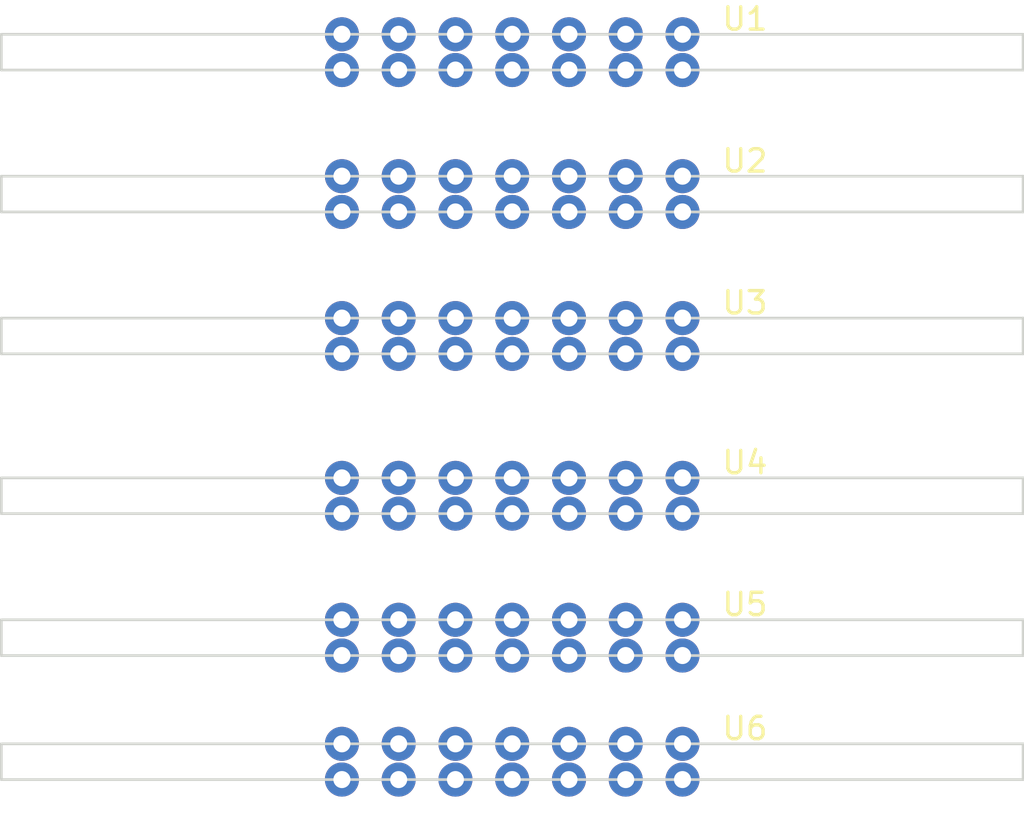
<source format=kicad_pcb>
(kicad_pcb (version 20211014) (generator pcbnew)
  (layers (0 "F.Cu" signal) (31 "B.Cu" signal) (34 "B.Paste" user) (35 "F.Paste" user) (36 "B.SilkS" user "B.Silkscreen") (37 "F.SilkS" user "F.Silkscreen") (38 "B.Mask" user) (39 "F.Mask" user) (44 "Edge.Cuts" user))
  (net 0 "")
  (net 1 "A1")
  (net 2 "B1")
  (net 3 "Carry In")
  (net 4 "VDD")
  (net 5 "VSS")
  (net 6 "O1")
  (net 7 "Net-(U1-Pad7)")
  (net 8 "A2")
  (net 9 "B2")
  (net 10 "O2")
  (net 11 "Net-(U2-Pad7)")
  (net 12 "A3")
  (net 13 "B3")
  (net 14 "O3")
  (net 15 "Net-(U3-Pad7)")
  (net 16 "A4")
  (net 17 "B4")
  (net 18 "O4")
  (net 19 "Net-(U4-Pad7)")
  (net 20 "A5")
  (net 21 "B5")
  (net 22 "O5")
  (net 23 "Net-(U5-Pad7)")
  (net 24 "A6")
  (net 25 "B6")
  (net 26 "O6")
  (net 27 "Carry Out")
  (footprint "FullAdder:FullAdder" (layer "F.Cu") (at 148.59 111.2899)
    (fp_text reference "U5" (at 10.414 -1.4859 unlocked) (layer "F.SilkS"))
    (fp_text value "FullAdder")
    (fp_line (start -22.86 -0.7999) (end 22.86 -0.7999) (layer "Edge.Cuts") (width 0.12))
    (fp_line (start 22.86 -0.7999) (end 22.86 0.8001) (layer "Edge.Cuts") (width 0.12))
    (fp_line (start -22.86 -0.7999) (end -22.86 0.8001) (layer "Edge.Cuts") (width 0.12))
    (fp_line (start -22.86 0.8001) (end 22.86 0.8001) (layer "Edge.Cuts") (width 0.12))
    (pad "1" thru_hole circle (at -7.62 0.8001) (size 1.524 1.524) (drill 0.762) (layers *.Cu *.Mask) (net 19 "Net-(U4-Pad7)"))
    (pad "1" thru_hole circle (at -7.62 -0.7999) (size 1.524 1.524) (drill 0.762) (layers *.Cu *.Mask) (net 19 "Net-(U4-Pad7)"))
    (pad "2" thru_hole circle (at -5.08 0.8001) (size 1.524 1.524) (drill 0.762) (layers *.Cu *.Mask) (net 20 "A5"))
    (pad "2" thru_hole circle (at -5.08 -0.7999) (size 1.524 1.524) (drill 0.762) (layers *.Cu *.Mask) (net 20 "A5"))
    (pad "3" thru_hole circle (at -2.54 -0.7999) (size 1.524 1.524) (drill 0.762) (layers *.Cu *.Mask) (net 21 "B5"))
    (pad "3" thru_hole circle (at -2.54 0.8001) (size 1.524 1.524) (drill 0.762) (layers *.Cu *.Mask) (net 21 "B5"))
    (pad "4" thru_hole circle (at 0 0.8001) (size 1.524 1.524) (drill 0.762) (layers *.Cu *.Mask) (net 4 "VDD"))
    (pad "4" thru_hole circle (at 0 -0.7999) (size 1.524 1.524) (drill 0.762) (layers *.Cu *.Mask) (net 4 "VDD"))
    (pad "5" thru_hole circle (at 2.54 0.8001) (size 1.524 1.524) (drill 0.762) (layers *.Cu *.Mask) (net 5 "VSS"))
    (pad "5" thru_hole circle (at 2.54 -0.7999) (size 1.524 1.524) (drill 0.762) (layers *.Cu *.Mask) (net 5 "VSS"))
    (pad "6" thru_hole circle (at 5.08 0.8001) (size 1.524 1.524) (drill 0.762) (layers *.Cu *.Mask) (net 22 "O5"))
    (pad "6" thru_hole circle (at 5.08 -0.7999) (size 1.524 1.524) (drill 0.762) (layers *.Cu *.Mask) (net 22 "O5"))
    (pad "7" thru_hole circle (at 7.62 -0.7999) (size 1.524 1.524) (drill 0.762) (layers *.Cu *.Mask) (net 23 "Net-(U5-Pad7)"))
    (pad "7" thru_hole circle (at 7.62 0.8001) (size 1.524 1.524) (drill 0.762) (layers *.Cu *.Mask) (net 23 "Net-(U5-Pad7)"))
  )
  (footprint "FullAdder:FullAdder" (layer "F.Cu") (at 148.59 85.09)
    (fp_text reference "U1" (at 10.414 -1.4859 unlocked) (layer "F.SilkS"))
    (fp_text value "FullAdder")
    (fp_line (start -22.86 0.8001) (end 22.86 0.8001) (layer "Edge.Cuts") (width 0.12))
    (fp_line (start -22.86 -0.7999) (end 22.86 -0.7999) (layer "Edge.Cuts") (width 0.12))
    (fp_line (start 22.86 -0.7999) (end 22.86 0.8001) (layer "Edge.Cuts") (width 0.12))
    (fp_line (start -22.86 -0.7999) (end -22.86 0.8001) (layer "Edge.Cuts") (width 0.12))
    (pad "1" thru_hole circle (at -7.62 0.8001) (size 1.524 1.524) (drill 0.762) (layers *.Cu *.Mask) (net 1 "A1"))
    (pad "1" thru_hole circle (at -7.62 -0.7999) (size 1.524 1.524) (drill 0.762) (layers *.Cu *.Mask) (net 1 "A1"))
    (pad "2" thru_hole circle (at -5.08 0.8001) (size 1.524 1.524) (drill 0.762) (layers *.Cu *.Mask) (net 2 "B1"))
    (pad "2" thru_hole circle (at -5.08 -0.7999) (size 1.524 1.524) (drill 0.762) (layers *.Cu *.Mask) (net 2 "B1"))
    (pad "3" thru_hole circle (at -2.54 -0.7999) (size 1.524 1.524) (drill 0.762) (layers *.Cu *.Mask) (net 3 "Carry In"))
    (pad "3" thru_hole circle (at -2.54 0.8001) (size 1.524 1.524) (drill 0.762) (layers *.Cu *.Mask) (net 3 "Carry In"))
    (pad "4" thru_hole circle (at 0 0.8001) (size 1.524 1.524) (drill 0.762) (layers *.Cu *.Mask) (net 4 "VDD"))
    (pad "4" thru_hole circle (at 0 -0.7999) (size 1.524 1.524) (drill 0.762) (layers *.Cu *.Mask) (net 4 "VDD"))
    (pad "5" thru_hole circle (at 2.54 0.8001) (size 1.524 1.524) (drill 0.762) (layers *.Cu *.Mask) (net 5 "VSS"))
    (pad "5" thru_hole circle (at 2.54 -0.7999) (size 1.524 1.524) (drill 0.762) (layers *.Cu *.Mask) (net 5 "VSS"))
    (pad "6" thru_hole circle (at 5.08 0.8001) (size 1.524 1.524) (drill 0.762) (layers *.Cu *.Mask) (net 6 "O1"))
    (pad "6" thru_hole circle (at 5.08 -0.7999) (size 1.524 1.524) (drill 0.762) (layers *.Cu *.Mask) (net 6 "O1"))
    (pad "7" thru_hole circle (at 7.62 -0.7999) (size 1.524 1.524) (drill 0.762) (layers *.Cu *.Mask) (net 7 "Net-(U1-Pad7)"))
    (pad "7" thru_hole circle (at 7.62 0.8001) (size 1.524 1.524) (drill 0.762) (layers *.Cu *.Mask) (net 7 "Net-(U1-Pad7)"))
  )
  (footprint "FullAdder:FullAdder" (layer "F.Cu") (at 148.59 116.84)
    (fp_text reference "U6" (at 10.414 -1.4859 unlocked) (layer "F.SilkS"))
    (fp_text value "FullAdder")
    (fp_line (start -22.86 -0.7999) (end -22.86 0.8001) (layer "Edge.Cuts") (width 0.12))
    (fp_line (start -22.86 -0.7999) (end 22.86 -0.7999) (layer "Edge.Cuts") (width 0.12))
    (fp_line (start -22.86 0.8001) (end 22.86 0.8001) (layer "Edge.Cuts") (width 0.12))
    (fp_line (start 22.86 -0.7999) (end 22.86 0.8001) (layer "Edge.Cuts") (width 0.12))
    (pad "1" thru_hole circle (at -7.62 -0.7999) (size 1.524 1.524) (drill 0.762) (layers *.Cu *.Mask) (net 23 "Net-(U5-Pad7)"))
    (pad "1" thru_hole circle (at -7.62 0.8001) (size 1.524 1.524) (drill 0.762) (layers *.Cu *.Mask) (net 23 "Net-(U5-Pad7)"))
    (pad "2" thru_hole circle (at -5.08 0.8001) (size 1.524 1.524) (drill 0.762) (layers *.Cu *.Mask) (net 24 "A6"))
    (pad "2" thru_hole circle (at -5.08 -0.7999) (size 1.524 1.524) (drill 0.762) (layers *.Cu *.Mask) (net 24 "A6"))
    (pad "3" thru_hole circle (at -2.54 -0.7999) (size 1.524 1.524) (drill 0.762) (layers *.Cu *.Mask) (net 25 "B6"))
    (pad "3" thru_hole circle (at -2.54 0.8001) (size 1.524 1.524) (drill 0.762) (layers *.Cu *.Mask) (net 25 "B6"))
    (pad "4" thru_hole circle (at 0 0.8001) (size 1.524 1.524) (drill 0.762) (layers *.Cu *.Mask) (net 4 "VDD"))
    (pad "4" thru_hole circle (at 0 -0.7999) (size 1.524 1.524) (drill 0.762) (layers *.Cu *.Mask) (net 4 "VDD"))
    (pad "5" thru_hole circle (at 2.54 -0.7999) (size 1.524 1.524) (drill 0.762) (layers *.Cu *.Mask) (net 5 "VSS"))
    (pad "5" thru_hole circle (at 2.54 0.8001) (size 1.524 1.524) (drill 0.762) (layers *.Cu *.Mask) (net 5 "VSS"))
    (pad "6" thru_hole circle (at 5.08 -0.7999) (size 1.524 1.524) (drill 0.762) (layers *.Cu *.Mask) (net 26 "O6"))
    (pad "6" thru_hole circle (at 5.08 0.8001) (size 1.524 1.524) (drill 0.762) (layers *.Cu *.Mask) (net 26 "O6"))
    (pad "7" thru_hole circle (at 7.62 -0.7999) (size 1.524 1.524) (drill 0.762) (layers *.Cu *.Mask) (net 27 "Carry Out"))
    (pad "7" thru_hole circle (at 7.62 0.8001) (size 1.524 1.524) (drill 0.762) (layers *.Cu *.Mask) (net 27 "Carry Out"))
  )
  (footprint "FullAdder:FullAdder" (layer "F.Cu") (at 148.59 104.9399)
    (fp_text reference "U4" (at 10.414 -1.4859 unlocked) (layer "F.SilkS"))
    (fp_text value "FullAdder")
    (fp_line (start -22.86 -0.7999) (end 22.86 -0.7999) (layer "Edge.Cuts") (width 0.12))
    (fp_line (start -22.86 -0.7999) (end -22.86 0.8001) (layer "Edge.Cuts") (width 0.12))
    (fp_line (start 22.86 -0.7999) (end 22.86 0.8001) (layer "Edge.Cuts") (width 0.12))
    (fp_line (start -22.86 0.8001) (end 22.86 0.8001) (layer "Edge.Cuts") (width 0.12))
    (pad "1" thru_hole circle (at -7.62 0.8001) (size 1.524 1.524) (drill 0.762) (layers *.Cu *.Mask) (net 15 "Net-(U3-Pad7)"))
    (pad "1" thru_hole circle (at -7.62 -0.7999) (size 1.524 1.524) (drill 0.762) (layers *.Cu *.Mask) (net 15 "Net-(U3-Pad7)"))
    (pad "2" thru_hole circle (at -5.08 0.8001) (size 1.524 1.524) (drill 0.762) (layers *.Cu *.Mask) (net 16 "A4"))
    (pad "2" thru_hole circle (at -5.08 -0.7999) (size 1.524 1.524) (drill 0.762) (layers *.Cu *.Mask) (net 16 "A4"))
    (pad "3" thru_hole circle (at -2.54 -0.7999) (size 1.524 1.524) (drill 0.762) (layers *.Cu *.Mask) (net 17 "B4"))
    (pad "3" thru_hole circle (at -2.54 0.8001) (size 1.524 1.524) (drill 0.762) (layers *.Cu *.Mask) (net 17 "B4"))
    (pad "4" thru_hole circle (at 0 -0.7999) (size 1.524 1.524) (drill 0.762) (layers *.Cu *.Mask) (net 4 "VDD"))
    (pad "4" thru_hole circle (at 0 0.8001) (size 1.524 1.524) (drill 0.762) (layers *.Cu *.Mask) (net 4 "VDD"))
    (pad "5" thru_hole circle (at 2.54 0.8001) (size 1.524 1.524) (drill 0.762) (layers *.Cu *.Mask) (net 5 "VSS"))
    (pad "5" thru_hole circle (at 2.54 -0.7999) (size 1.524 1.524) (drill 0.762) (layers *.Cu *.Mask) (net 5 "VSS"))
    (pad "6" thru_hole circle (at 5.08 -0.7999) (size 1.524 1.524) (drill 0.762) (layers *.Cu *.Mask) (net 18 "O4"))
    (pad "6" thru_hole circle (at 5.08 0.8001) (size 1.524 1.524) (drill 0.762) (layers *.Cu *.Mask) (net 18 "O4"))
    (pad "7" thru_hole circle (at 7.62 0.8001) (size 1.524 1.524) (drill 0.762) (layers *.Cu *.Mask) (net 19 "Net-(U4-Pad7)"))
    (pad "7" thru_hole circle (at 7.62 -0.7999) (size 1.524 1.524) (drill 0.762) (layers *.Cu *.Mask) (net 19 "Net-(U4-Pad7)"))
  )
  (footprint "FullAdder:FullAdder" (layer "F.Cu") (at 148.59 97.79)
    (fp_text reference "U3" (at 10.414 -1.4859 unlocked) (layer "F.SilkS"))
    (fp_text value "FullAdder")
    (fp_line (start -22.86 -0.7999) (end -22.86 0.8001) (layer "Edge.Cuts") (width 0.12))
    (fp_line (start -22.86 0.8001) (end 22.86 0.8001) (layer "Edge.Cuts") (width 0.12))
    (fp_line (start -22.86 -0.7999) (end 22.86 -0.7999) (layer "Edge.Cuts") (width 0.12))
    (fp_line (start 22.86 -0.7999) (end 22.86 0.8001) (layer "Edge.Cuts") (width 0.12))
    (pad "1" thru_hole circle (at -7.62 0.8001) (size 1.524 1.524) (drill 0.762) (layers *.Cu *.Mask) (net 11 "Net-(U2-Pad7)"))
    (pad "1" thru_hole circle (at -7.62 -0.7999) (size 1.524 1.524) (drill 0.762) (layers *.Cu *.Mask) (net 11 "Net-(U2-Pad7)"))
    (pad "2" thru_hole circle (at -5.08 0.8001) (size 1.524 1.524) (drill 0.762) (layers *.Cu *.Mask) (net 12 "A3"))
    (pad "2" thru_hole circle (at -5.08 -0.7999) (size 1.524 1.524) (drill 0.762) (layers *.Cu *.Mask) (net 12 "A3"))
    (pad "3" thru_hole circle (at -2.54 -0.7999) (size 1.524 1.524) (drill 0.762) (layers *.Cu *.Mask) (net 13 "B3"))
    (pad "3" thru_hole circle (at -2.54 0.8001) (size 1.524 1.524) (drill 0.762) (layers *.Cu *.Mask) (net 13 "B3"))
    (pad "4" thru_hole circle (at 0 -0.7999) (size 1.524 1.524) (drill 0.762) (layers *.Cu *.Mask) (net 4 "VDD"))
    (pad "4" thru_hole circle (at 0 0.8001) (size 1.524 1.524) (drill 0.762) (layers *.Cu *.Mask) (net 4 "VDD"))
    (pad "5" thru_hole circle (at 2.54 0.8001) (size 1.524 1.524) (drill 0.762) (layers *.Cu *.Mask) (net 5 "VSS"))
    (pad "5" thru_hole circle (at 2.54 -0.7999) (size 1.524 1.524) (drill 0.762) (layers *.Cu *.Mask) (net 5 "VSS"))
    (pad "6" thru_hole circle (at 5.08 0.8001) (size 1.524 1.524) (drill 0.762) (layers *.Cu *.Mask) (net 14 "O3"))
    (pad "6" thru_hole circle (at 5.08 -0.7999) (size 1.524 1.524) (drill 0.762) (layers *.Cu *.Mask) (net 14 "O3"))
    (pad "7" thru_hole circle (at 7.62 0.8001) (size 1.524 1.524) (drill 0.762) (layers *.Cu *.Mask) (net 15 "Net-(U3-Pad7)"))
    (pad "7" thru_hole circle (at 7.62 -0.7999) (size 1.524 1.524) (drill 0.762) (layers *.Cu *.Mask) (net 15 "Net-(U3-Pad7)"))
  )
  (footprint "FullAdder:FullAdder" (layer "F.Cu") (at 148.59 91.44)
    (fp_text reference "U2" (at 10.414 -1.4859 unlocked) (layer "F.SilkS"))
    (fp_text value "FullAdder")
    (fp_line (start -22.86 -0.7999) (end -22.86 0.8001) (layer "Edge.Cuts") (width 0.12))
    (fp_line (start -22.86 -0.7999) (end 22.86 -0.7999) (layer "Edge.Cuts") (width 0.12))
    (fp_line (start -22.86 0.8001) (end 22.86 0.8001) (layer "Edge.Cuts") (width 0.12))
    (fp_line (start 22.86 -0.7999) (end 22.86 0.8001) (layer "Edge.Cuts") (width 0.12))
    (pad "1" thru_hole circle (at -7.62 -0.7999) (size 1.524 1.524) (drill 0.762) (layers *.Cu *.Mask) (net 7 "Net-(U1-Pad7)"))
    (pad "1" thru_hole circle (at -7.62 0.8001) (size 1.524 1.524) (drill 0.762) (layers *.Cu *.Mask) (net 7 "Net-(U1-Pad7)"))
    (pad "2" thru_hole circle (at -5.08 0.8001) (size 1.524 1.524) (drill 0.762) (layers *.Cu *.Mask) (net 8 "A2"))
    (pad "2" thru_hole circle (at -5.08 -0.7999) (size 1.524 1.524) (drill 0.762) (layers *.Cu *.Mask) (net 8 "A2"))
    (pad "3" thru_hole circle (at -2.54 -0.7999) (size 1.524 1.524) (drill 0.762) (layers *.Cu *.Mask) (net 9 "B2"))
    (pad "3" thru_hole circle (at -2.54 0.8001) (size 1.524 1.524) (drill 0.762) (layers *.Cu *.Mask) (net 9 "B2"))
    (pad "4" thru_hole circle (at 0 -0.7999) (size 1.524 1.524) (drill 0.762) (layers *.Cu *.Mask) (net 4 "VDD"))
    (pad "4" thru_hole circle (at 0 0.8001) (size 1.524 1.524) (drill 0.762) (layers *.Cu *.Mask) (net 4 "VDD"))
    (pad "5" thru_hole circle (at 2.54 0.8001) (size 1.524 1.524) (drill 0.762) (layers *.Cu *.Mask) (net 5 "VSS"))
    (pad "5" thru_hole circle (at 2.54 -0.7999) (size 1.524 1.524) (drill 0.762) (layers *.Cu *.Mask) (net 5 "VSS"))
    (pad "6" thru_hole circle (at 5.08 -0.7999) (size 1.524 1.524) (drill 0.762) (layers *.Cu *.Mask) (net 10 "O2"))
    (pad "6" thru_hole circle (at 5.08 0.8001) (size 1.524 1.524) (drill 0.762) (layers *.Cu *.Mask) (net 10 "O2"))
    (pad "7" thru_hole circle (at 7.62 0.8001) (size 1.524 1.524) (drill 0.762) (layers *.Cu *.Mask) (net 11 "Net-(U2-Pad7)"))
    (pad "7" thru_hole circle (at 7.62 -0.7999) (size 1.524 1.524) (drill 0.762) (layers *.Cu *.Mask) (net 11 "Net-(U2-Pad7)"))
  )
)
</source>
